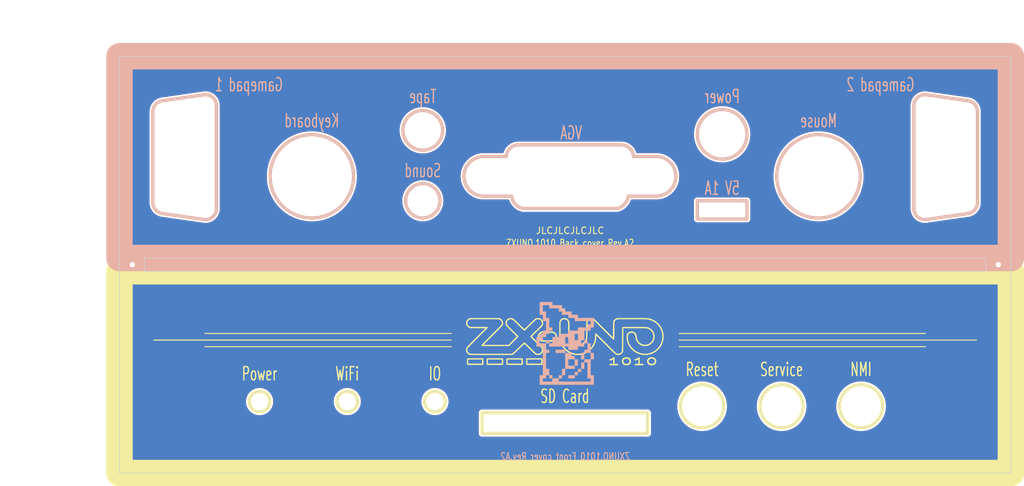
<source format=kicad_pcb>
(kicad_pcb (version 20211014) (generator pcbnew)
  (layers (0 "F.Cu" signal) (31 "B.Cu" signal) (34 "B.Paste" user) (35 "F.Paste" user) (36 "B.SilkS" user "B.Silkscreen") (37 "F.SilkS" user "F.Silkscreen") (38 "B.Mask" user) (39 "F.Mask" user) (44 "Edge.Cuts" user))
  (net 0 "")
  (net 1 "shield")
  (footprint "mygraphic:zxuno_30x7.5" (layer "F.Cu") (at 144.449207 104.6)
    (fp_text reference "G***" hide)
    (fp_text value "LOGO" hide)
  )
  (footprint "my:black-mage" (layer "B.Cu") (at 144.5 104.9 180)
    (fp_text reference "G***" hide)
    (fp_text value "LOGO" hide)
  )
  (gr_arc (start 158.217828 76.65) (mid 161.217828 79.65) (end 158.217828 82.65) (layer "B.SilkS") (width 0.5))
  (gr_circle (center 168.2 73.3) (end 171.95 73.3) (layer "B.SilkS") (width 0.5) (fill none))
  (gr_line (start 197.14969 84.529483) (end 197.14969 68.970509) (layer "B.SilkS") (width 0.5))
  (gr_arc (start 199.097944 86.164266) (mid 197.742661 85.801117) (end 197.14969 84.529483) (layer "B.SilkS") (width 0.5))
  (gr_line (start 132.217828 82.65) (end 136.417828 82.65) (layer "B.SilkS") (width 0.5))
  (gr_line (start 132.217828 76.65) (end 135.617828 76.65) (layer "B.SilkS") (width 0.5))
  (gr_line (start 154.017828 82.65) (end 158.217828 82.65) (layer "B.SilkS") (width 0.5))
  (gr_arc (start 152.907172 74.9) (mid 154.216898 75.388067) (end 154.817828 76.65) (layer "B.SilkS") (width 0.5))
  (gr_line (start 154.817828 76.65) (end 158.217828 76.65) (layer "B.SilkS") (width 0.5))
  (gr_line (start 206.74969 83.630215) (end 206.74969 69.869777) (layer "B.SilkS") (width 0.5))
  (gr_line (start 91.85 68.970513) (end 91.85 84.529487) (layer "B.SilkS") (width 0.5))
  (gr_arc (start 89.901746 67.33573) (mid 91.257029 67.698879) (end 91.85 68.970513) (layer "B.SilkS") (width 0.5))
  (gr_rect (start 77.2 61.5) (end 211.8 92) (layer "B.SilkS") (width 4) (fill none))
  (gr_arc (start 138.053367 84.5) (mid 136.953364 83.824516) (end 136.417828 82.65) (layer "B.SilkS") (width 0.5))
  (gr_arc (start 83.621743 85.265001) (mid 82.638365 84.697247) (end 82.25 83.630219) (layer "B.SilkS") (width 0.5))
  (gr_circle (center 182.75 79.65) (end 189.05 79.65) (layer "B.SilkS") (width 0.5) (fill none))
  (gr_arc (start 91.85 84.529487) (mid 91.257028 85.801119) (end 89.901746 86.164266) (layer "B.SilkS") (width 0.5))
  (gr_arc (start 197.14969 68.970509) (mid 197.742662 67.698877) (end 199.097944 67.33573) (layer "B.SilkS") (width 0.5))
  (gr_arc (start 154.017828 82.65) (mid 153.496284 83.815825) (end 152.417831 84.499999) (layer "B.SilkS") (width 0.5))
  (gr_rect (start 164.45 83.35) (end 171.95 86.1) (layer "B.SilkS") (width 0.5) (fill none))
  (gr_line (start 83.621744 68.235) (end 89.901744 67.335732) (layer "B.SilkS") (width 0.5))
  (gr_line (start 205.377946 85.264996) (end 199.097946 86.164264) (layer "B.SilkS") (width 0.5))
  (gr_arc (start 82.25 69.869781) (mid 82.638366 68.802754) (end 83.621743 68.235001) (layer "B.SilkS") (width 0.5))
  (gr_line (start 205.377946 68.234996) (end 199.097946 67.335728) (layer "B.SilkS") (width 0.5))
  (gr_arc (start 132.217828 82.65) (mid 129.217828 79.65) (end 132.217828 76.65) (layer "B.SilkS") (width 0.5))
  (gr_arc (start 206.74969 83.630215) (mid 206.361324 84.697242) (end 205.377947 85.264995) (layer "B.SilkS") (width 0.5))
  (gr_line (start 137.492828 74.9) (end 152.907172 74.9) (layer "B.SilkS") (width 0.5))
  (gr_line (start 82.25 69.869781) (end 82.25 83.630219) (layer "B.SilkS") (width 0.5))
  (gr_circle (center 106.25 79.65) (end 112.55 79.65) (layer "B.SilkS") (width 0.5) (fill none))
  (gr_circle (center 123 83.35) (end 125.6 83.35) (layer "B.SilkS") (width 0.5) (fill none))
  (gr_line (start 83.621744 85.265) (end 89.901744 86.164268) (layer "B.SilkS") (width 0.5))
  (gr_line (start 138.053367 84.5) (end 152.417831 84.499999) (layer "B.SilkS") (width 0.5))
  (gr_circle (center 123 72.7) (end 126 72.7) (layer "B.SilkS") (width 0.5) (fill none))
  (gr_arc (start 135.617827 76.65) (mid 136.196074 75.390085) (end 137.492828 74.9) (layer "B.SilkS") (width 0.5))
  (gr_arc (start 205.377947 68.234995) (mid 206.361325 68.802749) (end 206.74969 69.869777) (layer "B.SilkS") (width 0.5))
  (gr_line (start 161.7 103.4) (end 198.9 103.4) (layer "F.SilkS") (width 0.15))
  (gr_line (start 127.3 103.4) (end 90.1 103.4) (layer "F.SilkS") (width 0.15))
  (gr_rect (start 77.2 94) (end 211.8 124.5) (layer "F.SilkS") (width 4) (fill none))
  (gr_circle (center 189.175 114.4) (end 192.425 114.4) (layer "F.SilkS") (width 0.5) (fill none))
  (gr_circle (center 98.36 113.7) (end 99.91 113.7) (layer "F.SilkS") (width 0.5) (fill none))
  (gr_circle (center 177.175 114.4) (end 180.425 114.4) (layer "F.SilkS") (width 0.5) (fill none))
  (gr_line (start 161.7 105.4) (end 198.9 105.4) (layer "F.SilkS") (width 0.15))
  (gr_circle (center 165.175 114.4) (end 168.425 114.4) (layer "F.SilkS") (width 0.5) (fill none))
  (gr_line (start 161.7 104.4) (end 206.6 104.4) (layer "F.SilkS") (width 0.15))
  (gr_rect (start 131.95 118.5) (end 156.95 115.4) (layer "F.SilkS") (width 0.5) (fill none))
  (gr_line (start 119.6 104.4) (end 82.4 104.4) (layer "F.SilkS") (width 0.15))
  (gr_circle (center 111.6 113.7) (end 113.15 113.7) (layer "F.SilkS") (width 0.5) (fill none))
  (gr_line (start 127.3 105.4) (end 90.1 105.4) (layer "F.SilkS") (width 0.15))
  (gr_circle (center 124.8375 113.7) (end 126.3875 113.7) (layer "F.SilkS") (width 0.5) (fill none))
  (gr_line (start 127.3 104.4) (end 82.4 104.4) (layer "F.SilkS") (width 0.15))
  (gr_arc (start 152.907172 74.9) (mid 154.216898 75.388067) (end 154.817828 76.65) (layer "Edge.Cuts") (width 0.1))
  (gr_line (start 83.621744 85.265) (end 89.901744 86.164268) (layer "Edge.Cuts") (width 0.1))
  (gr_arc (start 154.017828 82.65) (mid 153.496284 83.815825) (end 152.417831 84.499999) (layer "Edge.Cuts") (width 0.1))
  (gr_line (start 137.492828 74.9) (end 152.907172 74.9) (layer "Edge.Cuts") (width 0.1))
  (gr_line (start 205.377946 68.234996) (end 199.097946 67.335728) (layer "Edge.Cuts") (width 0.1))
  (gr_circle (center 189.175 114.4) (end 192.425 114.4) (layer "Edge.Cuts") (width 0.1) (fill none))
  (gr_arc (start 158.217828 76.65) (mid 161.217828 79.65) (end 158.217828 82.65) (layer "Edge.Cuts") (width 0.1))
  (gr_circle (center 123 83.35) (end 125.6 83.35) (layer "Edge.Cuts") (width 0.1) (fill none))
  (gr_circle (center 106.25 79.65) (end 112.55 79.65) (layer "Edge.Cuts") (width 0.1) (fill none))
  (gr_line (start 132.217828 82.65) (end 136.417828 82.65) (layer "Edge.Cuts") (width 0.1))
  (gr_rect (start 164.45 83.35) (end 171.95 86.1) (layer "Edge.Cuts") (width 0.1) (fill none))
  (gr_arc (start 83.621743 85.265001) (mid 82.638365 84.697247) (end 82.25 83.630219) (layer "Edge.Cuts") (width 0.1))
  (gr_circle (center 124.8375 113.7) (end 126.3875 113.7) (layer "Edge.Cuts") (width 0.1) (fill none))
  (gr_line (start 154.817828 76.65) (end 158.217828 76.65) (layer "Edge.Cuts") (width 0.1))
  (gr_line (start 132.217828 76.65) (end 135.617828 76.65) (layer "Edge.Cuts") (width 0.1))
  (gr_arc (start 82.25 69.869781) (mid 82.638366 68.802754) (end 83.621743 68.235001) (layer "Edge.Cuts") (width 0.1))
  (gr_line (start 211.8 61.5) (end 211.8 124.5) (layer "Edge.Cuts") (width 0.1))
  (gr_line (start 77.2 124.5) (end 77.2 61.5) (layer "Edge.Cuts") (width 0.1))
  (gr_line (start 197.14969 84.529483) (end 197.14969 68.970509) (layer "Edge.Cuts") (width 0.1))
  (gr_line (start 83.621744 68.235) (end 89.901744 67.335732) (layer "Edge.Cuts") (width 0.1))
  (gr_circle (center 123 72.7) (end 126 72.7) (layer "Edge.Cuts") (width 0.1) (fill none))
  (gr_arc (start 205.377947 68.234995) (mid 206.361325 68.802749) (end 206.74969 69.869777) (layer "Edge.Cuts") (width 0.1))
  (gr_line (start 77.2 61.5) (end 211.8 61.5) (layer "Edge.Cuts") (width 0.1))
  (gr_circle (center 168.2 73.3) (end 171.95 73.3) (layer "Edge.Cuts") (width 0.1) (fill none))
  (gr_circle (center 177.175 114.4) (end 180.425 114.4) (layer "Edge.Cuts") (width 0.1) (fill none))
  (gr_arc (start 138.053367 84.5) (mid 136.953364 83.824516) (end 136.417828 82.65) (layer "Edge.Cuts") (width 0.1))
  (gr_line (start 205.377946 85.264996) (end 199.097946 86.164264) (layer "Edge.Cuts") (width 0.1))
  (gr_line (start 154.017828 82.65) (end 158.217828 82.65) (layer "Edge.Cuts") (width 0.1))
  (gr_arc (start 197.14969 68.970509) (mid 197.742662 67.698877) (end 199.097944 67.33573) (layer "Edge.Cuts") (width 0.1))
  (gr_arc (start 91.85 84.529487) (mid 91.257028 85.801119) (end 89.901746 86.164266) (layer "Edge.Cuts") (width 0.1))
  (gr_circle (center 182.75 79.65) (end 189.05 79.65) (layer "Edge.Cuts") (width 0.1) (fill none))
  (gr_line (start 206.74969 83.630215) (end 206.74969 69.869777) (layer "Edge.Cuts") (width 0.1))
  (gr_line (start 91.85 68.970513) (end 91.85 84.529487) (layer "Edge.Cuts") (width 0.1))
  (gr_arc (start 135.617827 76.65) (mid 136.196074 75.390085) (end 137.492828 74.9) (layer "Edge.Cuts") (width 0.1))
  (gr_line (start 208 92) (end 81 92) (layer "Edge.Cuts") (width 0.1))
  (gr_circle (center 98.36 113.7) (end 99.91 113.7) (layer "Edge.Cuts") (width 0.1) (fill none))
  (gr_line (start 82.25 69.869781) (end 82.25 83.630219) (layer "Edge.Cuts") (width 0.1))
  (gr_line (start 81 94) (end 208 94) (layer "Edge.Cuts") (width 0.1))
  (gr_line (start 211.8 124.5) (end 77.2 124.5) (layer "Edge.Cuts") (width 0.1))
  (gr_line (start 138.053367 84.5) (end 152.417831 84.499999) (layer "Edge.Cuts") (width 0.1))
  (gr_arc (start 132.217828 82.65) (mid 129.217828 79.65) (end 132.217828 76.65) (layer "Edge.Cuts") (width 0.1))
  (gr_arc (start 206.74969 83.630215) (mid 206.361324 84.697242) (end 205.377947 85.264995) (layer "Edge.Cuts") (width 0.1))
  (gr_circle (center 111.6 113.7) (end 113.15 113.7) (layer "Edge.Cuts") (width 0.1) (fill none))
  (gr_arc (start 89.901746 67.33573) (mid 91.257029 67.698879) (end 91.85 68.970513) (layer "Edge.Cuts") (width 0.1))
  (gr_line (start 208 94) (end 208 92) (layer "Edge.Cuts") (width 0.1))
  (gr_arc (start 199.097944 86.164266) (mid 197.742661 85.801117) (end 197.14969 84.529483) (layer "Edge.Cuts") (width 0.1))
  (gr_circle (center 165.175 114.4) (end 168.425 114.4) (layer "Edge.Cuts") (width 0.1) (fill none))
  (gr_line (start 81 92) (end 81 94) (layer "Edge.Cuts") (width 0.1))
  (gr_rect (start 131.95 118.5) (end 156.95 115.4) (layer "Edge.Cuts") (width 0.1) (fill none))
  (gr_text "Gamepad 1" (at 96.749216 65.8) (layer "B.SilkS") (effects (font (size 2 1.2) (thickness 0.2)) (justify mirror)))
  (gr_text "Gamepad 2" (at 192.1 65.8) (layer "B.SilkS") (effects (font (size 2 1.2) (thickness 0.2)) (justify mirror)))
  (gr_text "Mouse" (at 182.75 71.25) (layer "B.SilkS") (effects (font (size 2 1.2) (thickness 0.2)) (justify mirror)))
  (gr_text "Tape" (at 123 67.6) (layer "B.SilkS") (effects (font (size 2 1.2) (thickness 0.2)) (justify mirror)))
  (gr_text "Sound" (at 123 78.8) (layer "B.SilkS") (effects (font (size 2 1.2) (thickness 0.2)) (justify mirror)))
  (gr_text "Keyboard" (at 106.25 71.25) (layer "B.SilkS") (effects (font (size 2 1.2) (thickness 0.2)) (justify mirror)))
  (gr_text "5V 1A" (at 168.2 81.45) (layer "B.SilkS") (effects (font (size 2 1.2) (thickness 0.2)) (justify mirror)))
  (gr_text "VGA" (at 145.407828 73.1) (layer "B.SilkS") (effects (font (size 2 1.2) (thickness 0.2)) (justify mirror)))
  (gr_text "ZXUNO.1010 Front cover Rev.A2" (at 144.5 122) (layer "B.SilkS") (effects (font (size 1.1 0.8) (thickness 0.14)) (justify mirror)))
  (gr_text "Power" (at 168.2 67.6) (layer "B.SilkS") (effects (font (size 2 1.2) (thickness 0.2)) (justify mirror)))
  (gr_text "WiFi" (at 111.6 109.5) (layer "F.SilkS") (effects (font (size 2 1.2) (thickness 0.2))))
  (gr_text "1010" (at 154.7 107.65) (layer "F.SilkS") (effects (font (size 1 2) (thickness 0.22))))
  (gr_text "JLCJLCJLCJLC" (at 145.235599 87.85) (layer "F.SilkS") (effects (font (size 1 1))))
  (gr_text "ZXUNO.1010 Back cover Rev.A2" (at 145.235599 89.75) (layer "F.SilkS") (effects (font (size 1.1 0.8) (thickness 0.14))))
  (gr_text "Reset" (at 165.175 108.85) (layer "F.SilkS") (effects (font (size 2 1.2) (thickness 0.2))))
  (gr_text "Service" (at 177.175 108.85) (layer "F.SilkS") (effects (font (size 2 1.2) (thickness 0.2))))
  (gr_text "IO" (at 124.8375 109.5) (layer "F.SilkS") (effects (font (size 2 1.2) (thickness 0.2))))
  (gr_text "Power" (at 98.36 109.5) (layer "F.SilkS") (effects (font (size 2 1.2) (thickness 0.2))))
  (gr_text "NMI" (at 189.175 108.85) (layer "F.SilkS") (effects (font (size 2 1.2) (thickness 0.2))))
  (gr_text "SD Card" (at 144.45 112.9) (layer "F.SilkS") (effects (font (size 2 1.2) (thickness 0.2))))
  (via (at 79.15 93) (size 1.2) (drill 0.8) (layers "F.Cu" "B.Cu") (net 1))
  (via (at 209.9 93) (size 1.2) (drill 0.8) (layers "F.Cu" "B.Cu") (net 1))
  (zone (net 1) (net_name "shield") (layers F&B.Cu) (connect_pads (clearance 0.508)) (min_thickness 0.254) (fill yes (thermal_gap 0.508) (thermal_bridge_width 0.508) (island_removal_mode 1) (island_area_min 0))
    (polygon (pts (xy 212 124.7) (xy 77 124.7) (xy 77 61.3) (xy 212 61.3)))
  )
)
</source>
